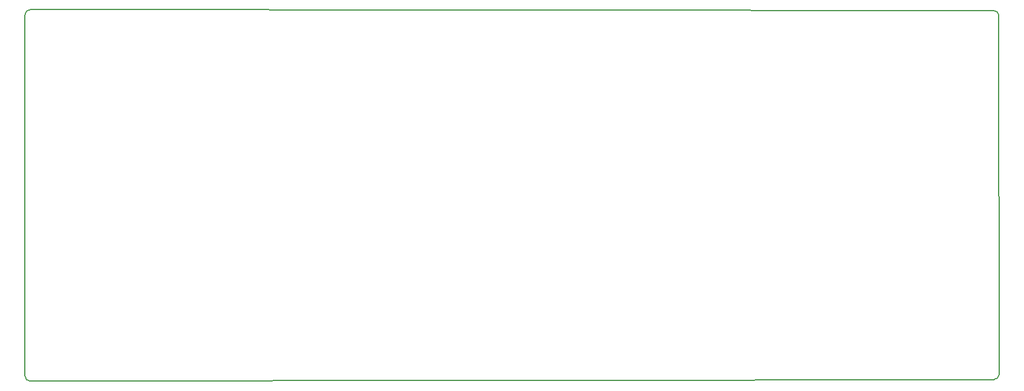
<source format=gbr>
%TF.GenerationSoftware,KiCad,Pcbnew,8.0.3*%
%TF.CreationDate,2024-07-07T09:09:28+10:00*%
%TF.ProjectId,sd-card-shield,73642d63-6172-4642-9d73-6869656c642e,rev?*%
%TF.SameCoordinates,Original*%
%TF.FileFunction,Profile,NP*%
%FSLAX46Y46*%
G04 Gerber Fmt 4.6, Leading zero omitted, Abs format (unit mm)*
G04 Created by KiCad (PCBNEW 8.0.3) date 2024-07-07 09:09:28*
%MOMM*%
%LPD*%
G01*
G04 APERTURE LIST*
%TA.AperFunction,Profile*%
%ADD10C,0.150000*%
%TD*%
G04 APERTURE END LIST*
D10*
X100000000Y-99238000D02*
X100000000Y-47422000D01*
X239762000Y-99000000D02*
G75*
G02*
X239000000Y-99762000I-762000J0D01*
G01*
X239762000Y-99000000D02*
X239723185Y-47538815D01*
X239000000Y-99762000D02*
X100762000Y-100000000D01*
X100762000Y-46660000D02*
X238961185Y-46776815D01*
X100762000Y-100000000D02*
G75*
G02*
X100000000Y-99238000I0J762000D01*
G01*
X238961185Y-46776815D02*
G75*
G02*
X239723185Y-47538815I15J-761985D01*
G01*
X100000000Y-47422000D02*
G75*
G02*
X100762000Y-46660000I762000J0D01*
G01*
M02*

</source>
